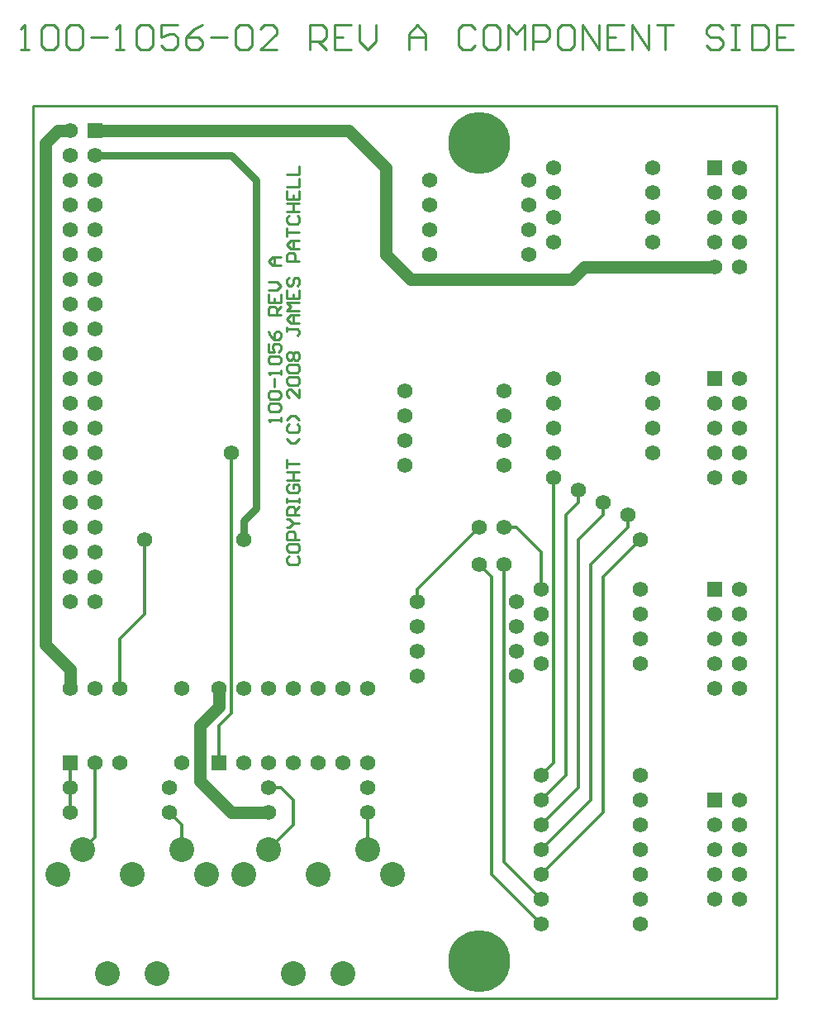
<source format=gtl>
*%FSLAX24Y24*%
*%MOIN*%
G01*
%ADD11C,0.0073*%
%ADD12C,0.0080*%
%ADD13C,0.0100*%
%ADD14C,0.0120*%
%ADD15C,0.0200*%
%ADD16C,0.0300*%
%ADD17C,0.0360*%
%ADD18C,0.0500*%
%ADD19C,0.0500*%
%ADD20C,0.0560*%
%ADD21C,0.0620*%
%ADD22C,0.0660*%
%ADD23C,0.0680*%
%ADD24C,0.0700*%
%ADD25C,0.1000*%
%ADD26C,0.1060*%
%ADD27C,0.1400*%
%ADD28C,0.1600*%
%ADD29C,0.2500*%
%ADD30C,0.2500*%
%ADD31R,0.0620X0.0620*%
%ADD32R,0.0680X0.0680*%
D13*
X86260Y77190D02*
X86343Y77273D01*
X86260Y77190D02*
Y77023D01*
X86343Y76940D01*
X86677D01*
X86760Y77023D01*
Y77190D01*
X86677Y77273D01*
X86260Y77523D02*
Y77690D01*
Y77523D02*
X86343Y77440D01*
X86677D01*
X86760Y77523D01*
Y77690D01*
X86677Y77773D01*
X86343D01*
X86260Y77690D01*
Y77940D02*
X86760D01*
X86260D02*
Y78190D01*
X86343Y78273D01*
X86510D01*
X86593Y78190D01*
Y77940D01*
X86343Y78440D02*
X86260D01*
X86343D02*
X86510Y78606D01*
X86343Y78773D01*
X86260D01*
X86510Y78606D02*
X86760D01*
Y78939D02*
X86260D01*
Y79189D01*
X86343Y79273D01*
X86510D01*
X86593Y79189D01*
Y78939D01*
Y79106D02*
X86760Y79273D01*
X86260Y79439D02*
Y79606D01*
Y79522D01*
X86760D01*
Y79439D01*
Y79606D01*
X86260Y80106D02*
X86343Y80189D01*
X86260Y80106D02*
Y79939D01*
X86343Y79856D01*
X86677D01*
X86760Y79939D01*
Y80106D01*
X86677Y80189D01*
X86510D01*
Y80022D01*
X86260Y80356D02*
X86760D01*
X86510D01*
Y80689D01*
X86260D01*
X86760D01*
X86260Y80855D02*
Y81189D01*
Y81022D01*
X86760D01*
X86593Y81855D02*
X86760Y82022D01*
X86593Y81855D02*
X86427D01*
X86260Y82022D01*
Y82522D02*
X86343Y82605D01*
X86260Y82522D02*
Y82355D01*
X86343Y82272D01*
X86677D01*
X86760Y82355D01*
Y82522D01*
X86677Y82605D01*
X86760Y82771D02*
X86593Y82938D01*
X86427D01*
X86260Y82771D01*
X86760Y83688D02*
Y84021D01*
Y83688D02*
X86427Y84021D01*
X86343D01*
X86260Y83938D01*
Y83771D01*
X86343Y83688D01*
Y84188D02*
X86260Y84271D01*
Y84438D01*
X86343Y84521D01*
X86677D01*
X86760Y84438D01*
Y84271D01*
X86677Y84188D01*
X86343D01*
Y84687D02*
X86260Y84771D01*
Y84937D01*
X86343Y85021D01*
X86677D01*
X86760Y84937D01*
Y84771D01*
X86677Y84687D01*
X86343D01*
Y85187D02*
X86260Y85271D01*
Y85437D01*
X86343Y85521D01*
X86427D01*
X86510Y85437D01*
X86593Y85521D01*
X86677D01*
X86760Y85437D01*
Y85271D01*
X86677Y85187D01*
X86593D01*
X86510Y85271D01*
X86427Y85187D01*
X86343D01*
X86510Y85271D02*
Y85437D01*
X86260Y86354D02*
Y86520D01*
Y86437D02*
Y86354D01*
Y86437D02*
X86677D01*
X86760Y86354D01*
Y86270D01*
X86677Y86187D01*
X86760Y86687D02*
X86427D01*
X86260Y86853D01*
X86427Y87020D01*
X86760D01*
X86510D01*
Y86687D01*
X86760Y87187D02*
X86260D01*
X86427Y87353D01*
X86260Y87520D01*
X86760D01*
X86260Y87687D02*
Y88020D01*
Y87687D02*
X86760D01*
Y88020D01*
X86510Y87853D02*
Y87687D01*
X86260Y88436D02*
X86343Y88520D01*
X86260Y88436D02*
Y88270D01*
X86343Y88186D01*
X86427D01*
X86510Y88270D01*
Y88436D01*
X86593Y88520D01*
X86677D01*
X86760Y88436D01*
Y88270D01*
X86677Y88186D01*
X86760Y89186D02*
X86260D01*
Y89436D01*
X86343Y89519D01*
X86510D01*
X86593Y89436D01*
Y89186D01*
X86760Y89686D02*
X86427D01*
X86260Y89852D01*
X86427Y90019D01*
X86760D01*
X86510D01*
Y89686D01*
X86260Y90186D02*
Y90519D01*
Y90352D01*
X86760D01*
X86260Y90935D02*
X86343Y91019D01*
X86260Y90935D02*
Y90769D01*
X86343Y90686D01*
X86677D01*
X86760Y90769D01*
Y90935D01*
X86677Y91019D01*
X86760Y91185D02*
X86260D01*
X86510D02*
X86760D01*
X86510D02*
Y91519D01*
X86260D01*
X86760D01*
X86260Y91685D02*
Y92018D01*
Y91685D02*
X86760D01*
Y92018D01*
X86510Y91852D02*
Y91685D01*
X86260Y92185D02*
X86760D01*
Y92518D01*
Y92685D02*
X86260D01*
X86760D02*
Y93018D01*
X86010Y82857D02*
Y82690D01*
Y82773D02*
Y82857D01*
Y82773D02*
X85510D01*
X85511D01*
X85510D02*
X85593Y82690D01*
Y83107D02*
X85510Y83190D01*
Y83356D01*
X85593Y83440D01*
X85927D01*
X86010Y83356D01*
Y83190D01*
X85927Y83107D01*
X85593D01*
Y83606D02*
X85510Y83690D01*
Y83856D01*
X85593Y83940D01*
X85927D01*
X86010Y83856D01*
Y83690D01*
X85927Y83606D01*
X85593D01*
X85760Y84106D02*
Y84439D01*
X86010Y84606D02*
Y84773D01*
Y84689D01*
X85510D01*
X85511D01*
X85510D02*
X85593Y84606D01*
Y85023D02*
X85510Y85106D01*
Y85272D01*
X85593Y85356D01*
X85927D01*
X86010Y85272D01*
Y85106D01*
X85927Y85023D01*
X85593D01*
X85510Y85522D02*
Y85856D01*
Y85522D02*
X85760D01*
X85677Y85689D01*
Y85772D01*
X85760Y85856D01*
X85927D01*
X86010Y85772D01*
Y85606D01*
X85927Y85522D01*
X85593Y86189D02*
X85510Y86355D01*
X85593Y86189D02*
X85760Y86022D01*
X85927D01*
X86010Y86106D01*
Y86272D01*
X85927Y86355D01*
X85843D01*
X85760Y86272D01*
Y86022D01*
X86010Y87022D02*
X85510D01*
Y87272D01*
X85593Y87355D01*
X85760D01*
X85843Y87272D01*
Y87022D01*
Y87189D02*
X86010Y87355D01*
X85510Y87522D02*
Y87855D01*
Y87522D02*
X86010D01*
Y87855D01*
X85760Y87688D02*
Y87522D01*
X85843Y88022D02*
X85510D01*
X85843D02*
X86010Y88188D01*
X85843Y88355D01*
X85510D01*
X85677Y89021D02*
X86010D01*
X85677D02*
X85510Y89188D01*
X85677Y89355D01*
X86010D01*
X85760D01*
Y89021D01*
X75843Y97690D02*
X75510D01*
X75677D02*
X75843D01*
X75677D02*
Y98690D01*
X75678D01*
X75677D02*
X75510Y98523D01*
X76343D02*
X76510Y98690D01*
X76843D01*
X77010Y98523D01*
Y97857D01*
X76843Y97690D01*
X76510D01*
X76343Y97857D01*
Y98523D01*
X77343D02*
X77509Y98690D01*
X77843D01*
X78009Y98523D01*
Y97857D01*
X77843Y97690D01*
X77509D01*
X77343Y97857D01*
Y98523D01*
X78342Y98190D02*
X79009D01*
X79342Y97690D02*
X79675D01*
X79509D01*
Y98690D01*
X79510D01*
X79509D02*
X79342Y98523D01*
X80175D02*
X80342Y98690D01*
X80675D01*
X80842Y98523D01*
Y97857D01*
X80675Y97690D01*
X80342D01*
X80175Y97857D01*
Y98523D01*
X81175Y98690D02*
X81841D01*
X81175D02*
Y98190D01*
X81508Y98356D01*
X81675D01*
X81841Y98190D01*
Y97857D01*
X81675Y97690D01*
X81341D01*
X81175Y97857D01*
X82508Y98523D02*
X82841Y98690D01*
X82508Y98523D02*
X82175Y98190D01*
Y97857D01*
X82341Y97690D01*
X82674D01*
X82841Y97857D01*
Y98023D01*
X82674Y98190D01*
X82175D01*
X83174D02*
X83841D01*
X84174Y98523D02*
X84340Y98690D01*
X84674D01*
X84840Y98523D01*
Y97857D01*
X84674Y97690D01*
X84340D01*
X84174Y97857D01*
Y98523D01*
X85174Y97690D02*
X85840D01*
X85174D02*
X85840Y98356D01*
Y98523D01*
X85673Y98690D01*
X85340D01*
X85174Y98523D01*
X87173Y98690D02*
Y97690D01*
Y98690D02*
X87673D01*
X87839Y98523D01*
Y98190D01*
X87673Y98023D01*
X87173D01*
X87506D02*
X87839Y97690D01*
X88173Y98690D02*
X88839D01*
X88173D02*
Y97690D01*
X88839D01*
X88506Y98190D02*
X88173D01*
X89172Y98023D02*
Y98690D01*
Y98023D02*
X89505Y97690D01*
X89839Y98023D01*
Y98690D01*
X91172Y98356D02*
Y97690D01*
Y98356D02*
X91505Y98690D01*
X91838Y98356D01*
Y97690D01*
Y98190D01*
X91172D01*
X93671Y98690D02*
X93837Y98523D01*
X93671Y98690D02*
X93338D01*
X93171Y98523D01*
Y97857D01*
X93338Y97690D01*
X93671D01*
X93837Y97857D01*
X94337Y98690D02*
X94670D01*
X94337D02*
X94171Y98523D01*
Y97857D01*
X94337Y97690D01*
X94670D01*
X94837Y97857D01*
Y98523D01*
X94670Y98690D01*
X95170D02*
Y97690D01*
X95504Y98356D02*
X95170Y98690D01*
X95504Y98356D02*
X95837Y98690D01*
Y97690D01*
X96170D02*
Y98690D01*
X96670D01*
X96836Y98523D01*
Y98190D01*
X96670Y98023D01*
X96170D01*
X97336Y98690D02*
X97670D01*
X97336D02*
X97170Y98523D01*
Y97857D01*
X97336Y97690D01*
X97670D01*
X97836Y97857D01*
Y98523D01*
X97670Y98690D01*
X98169D02*
Y97690D01*
X98836D02*
X98169Y98690D01*
X98836D02*
Y97690D01*
X99169Y98690D02*
X99835D01*
X99169D02*
Y97690D01*
X99835D01*
X99502Y98190D02*
X99169D01*
X100169Y97690D02*
Y98690D01*
X100835Y97690D01*
Y98690D01*
X101168D02*
X101835D01*
X101502D01*
Y97690D01*
X103668Y98690D02*
X103834Y98523D01*
X103668Y98690D02*
X103334D01*
X103168Y98523D01*
Y98356D01*
X103334Y98190D01*
X103668D01*
X103834Y98023D01*
Y97857D01*
X103668Y97690D01*
X103334D01*
X103168Y97857D01*
X104167Y98690D02*
X104501D01*
X104334D01*
Y97690D01*
X104167D01*
X104501D01*
X105000D02*
Y98690D01*
Y97690D02*
X105500D01*
X105667Y97857D01*
Y98523D01*
X105500Y98690D01*
X105000D01*
X106000D02*
X106667D01*
X106000D02*
Y97690D01*
X106667D01*
X106333Y98190D02*
X106000D01*
X106010Y95440D02*
X76010D01*
Y59440D02*
X106010D01*
X76010D02*
Y95440D01*
X106010D02*
Y59440D01*
D14*
X98010Y67940D02*
X96510Y66440D01*
X98510Y76940D02*
X100010Y78440D01*
X98510Y67440D02*
X96510Y65440D01*
X99010Y76440D02*
X100510Y77940D01*
X99010Y66940D02*
X96510Y64440D01*
X91510Y75940D02*
X94010Y78440D01*
X95010Y64940D02*
X96510Y63440D01*
Y62440D02*
X94510Y64440D01*
X77510Y66940D02*
Y67940D01*
Y68940D01*
X79510Y71940D02*
Y73940D01*
X78510Y68940D02*
Y65940D01*
X79510Y73940D02*
X80510Y74940D01*
X78510Y65940D02*
X78010Y65440D01*
X80510Y74940D02*
Y77940D01*
X81510Y66940D02*
X82010Y66440D01*
X83510Y68940D02*
Y70440D01*
X82010Y66440D02*
Y65440D01*
X83510Y70440D02*
X84010Y70940D01*
X85510Y67940D02*
X86010D01*
X84010Y70940D02*
Y81440D01*
X86510Y66440D02*
X85510Y65440D01*
X86510Y66440D02*
Y67440D01*
X86010Y67940D01*
X89510Y66940D02*
Y65440D01*
X91510Y75440D02*
Y75940D01*
X95010Y78440D02*
X95510D01*
X95010Y76940D02*
Y64940D01*
X94510Y64440D02*
Y76440D01*
X94010Y76940D01*
X97010Y80440D02*
Y68940D01*
X96510Y75940D02*
Y77440D01*
X97010Y68940D02*
X96510Y68440D01*
Y67440D02*
X97510Y68440D01*
X96510Y77440D02*
X95510Y78440D01*
X98010Y79440D02*
Y79940D01*
X97510Y78940D02*
Y68440D01*
X99010Y78940D02*
Y79440D01*
X98010Y77940D02*
Y67940D01*
X98510Y67440D02*
Y76940D01*
X99010Y76440D02*
Y66940D01*
X97510Y78940D02*
X98010Y79440D01*
X99010Y78940D02*
X98010Y77940D01*
X100010Y78440D02*
Y78940D01*
D16*
X85010Y79190D02*
X84510Y78690D01*
X85010Y92440D02*
X84010Y93440D01*
X85010Y92440D02*
Y79190D01*
X84510Y78690D02*
Y77940D01*
X84010Y93440D02*
X78510D01*
D19*
X97760Y88440D02*
X98260Y88940D01*
X83510Y71190D02*
X82760Y70440D01*
X76510Y93940D02*
X77010Y94440D01*
X88760D02*
X90260Y92940D01*
Y89440D02*
X91260Y88440D01*
X82760Y68190D02*
X84010Y66940D01*
X77510Y72690D02*
X76510Y73690D01*
Y93940D01*
X77510Y72690D02*
Y71940D01*
X84010Y66940D02*
X85510D01*
X82760Y68190D02*
Y70440D01*
X83510Y71190D02*
Y71940D01*
X90260Y89440D02*
Y92940D01*
X91260Y88440D02*
X97760D01*
X98260Y88940D02*
X103510D01*
X88760Y94440D02*
X78510D01*
X77510D02*
X77010D01*
D21*
X100510Y77940D02*
D03*
X100010Y78940D02*
D03*
X99010Y79440D02*
D03*
X98010Y79940D02*
D03*
X97010Y80440D02*
D03*
X94010Y76940D02*
D03*
X95010D02*
D03*
X84010Y81440D02*
D03*
X104510Y80440D02*
D03*
X103510D02*
D03*
X104510Y81440D02*
D03*
X103510D02*
D03*
X104510Y82440D02*
D03*
X103510D02*
D03*
X104510Y83440D02*
D03*
X103510D02*
D03*
X104510Y84440D02*
D03*
Y88940D02*
D03*
X103510D02*
D03*
X104510Y89940D02*
D03*
X103510D02*
D03*
X104510Y90940D02*
D03*
X103510D02*
D03*
X104510Y91940D02*
D03*
X103510D02*
D03*
X104510Y92940D02*
D03*
Y63440D02*
D03*
X103510D02*
D03*
X104510Y64440D02*
D03*
X103510D02*
D03*
X104510Y65440D02*
D03*
X103510D02*
D03*
X104510Y66440D02*
D03*
X103510D02*
D03*
X104510Y67440D02*
D03*
Y71940D02*
D03*
X103510D02*
D03*
X104510Y72940D02*
D03*
X103510D02*
D03*
X104510Y73940D02*
D03*
X103510D02*
D03*
X104510Y74940D02*
D03*
X103510D02*
D03*
X104510Y75940D02*
D03*
X95010Y83940D02*
D03*
X91010D02*
D03*
X95010Y82940D02*
D03*
X91010D02*
D03*
X95010Y81940D02*
D03*
X91010D02*
D03*
X95010Y80940D02*
D03*
X91010D02*
D03*
X96010Y92440D02*
D03*
X92010D02*
D03*
X96010Y90440D02*
D03*
X92010D02*
D03*
X96010Y89440D02*
D03*
X92010D02*
D03*
X101010Y92940D02*
D03*
X97010D02*
D03*
X101010Y82440D02*
D03*
X97010D02*
D03*
X101010Y83440D02*
D03*
X97010D02*
D03*
X101010Y84440D02*
D03*
X97010D02*
D03*
X101010Y81440D02*
D03*
X97010D02*
D03*
X101010Y91940D02*
D03*
X97010D02*
D03*
X101010Y90940D02*
D03*
X97010D02*
D03*
X101010Y89940D02*
D03*
X97010D02*
D03*
X96010Y91440D02*
D03*
X92010D02*
D03*
X82010Y68940D02*
D03*
Y71940D02*
D03*
X84510Y68940D02*
D03*
X86510D02*
D03*
X87510D02*
D03*
X88510D02*
D03*
X89510D02*
D03*
Y71940D02*
D03*
X88510D02*
D03*
X87510D02*
D03*
X86510D02*
D03*
X85510D02*
D03*
X84510D02*
D03*
X83510D02*
D03*
X85510Y68940D02*
D03*
X89510Y67940D02*
D03*
X85510D02*
D03*
Y66940D02*
D03*
X89510D02*
D03*
X95510Y75440D02*
D03*
X91510D02*
D03*
X95510Y74440D02*
D03*
X91510D02*
D03*
X95510Y73440D02*
D03*
X91510D02*
D03*
X95510Y72440D02*
D03*
X91510D02*
D03*
X100510Y68440D02*
D03*
X96510D02*
D03*
X100510Y67440D02*
D03*
X96510D02*
D03*
X100510Y72940D02*
D03*
X96510D02*
D03*
X100510Y73940D02*
D03*
X96510D02*
D03*
X100510Y74940D02*
D03*
X96510D02*
D03*
X100510Y75940D02*
D03*
X96510D02*
D03*
X100510Y65440D02*
D03*
X96510D02*
D03*
X100510Y66440D02*
D03*
X96510D02*
D03*
X95010Y78440D02*
D03*
X94010D02*
D03*
X100510Y64440D02*
D03*
X96510D02*
D03*
X100510Y63440D02*
D03*
X96510D02*
D03*
X100510Y62440D02*
D03*
X96510D02*
D03*
X77510Y75440D02*
D03*
X78510D02*
D03*
X77510Y76440D02*
D03*
X78510D02*
D03*
X77510Y77440D02*
D03*
X78510D02*
D03*
X77510Y78440D02*
D03*
X78510D02*
D03*
X77510Y79440D02*
D03*
X78510D02*
D03*
X77510Y80440D02*
D03*
X78510D02*
D03*
X77510Y81440D02*
D03*
X78510D02*
D03*
X77510Y82440D02*
D03*
X78510D02*
D03*
X77510Y83440D02*
D03*
X78510D02*
D03*
X77510Y84440D02*
D03*
X78510D02*
D03*
X77510Y85440D02*
D03*
X78510D02*
D03*
X77510Y86440D02*
D03*
X78510D02*
D03*
X77510Y87440D02*
D03*
X78510D02*
D03*
X77510Y88440D02*
D03*
X78510D02*
D03*
X77510Y89440D02*
D03*
X78510D02*
D03*
X77510Y90440D02*
D03*
X78510D02*
D03*
X77510Y91440D02*
D03*
X78510D02*
D03*
X77510Y92440D02*
D03*
X78510D02*
D03*
X77510Y93440D02*
D03*
X78510D02*
D03*
X77510Y94440D02*
D03*
X84510Y77940D02*
D03*
X80510D02*
D03*
X77510Y66940D02*
D03*
X81510D02*
D03*
Y67940D02*
D03*
X77510D02*
D03*
X79510Y68940D02*
D03*
Y71940D02*
D03*
X78510D02*
D03*
X77510D02*
D03*
X78510Y68940D02*
D03*
D25*
X87510Y64440D02*
D03*
X85510Y65440D02*
D03*
X89510D02*
D03*
X90510Y64440D02*
D03*
X84510D02*
D03*
X88510Y60440D02*
D03*
X86510D02*
D03*
X80010Y64440D02*
D03*
X78010Y65440D02*
D03*
X82010D02*
D03*
X83010Y64440D02*
D03*
X77010D02*
D03*
X81010Y60440D02*
D03*
X79010D02*
D03*
D29*
X94010Y93940D02*
D03*
Y60940D02*
D03*
D31*
X103510Y84440D02*
D03*
Y92940D02*
D03*
Y67440D02*
D03*
Y75940D02*
D03*
X83510Y68940D02*
D03*
X78510Y94440D02*
D03*
X77510Y68940D02*
D03*
M02*

</source>
